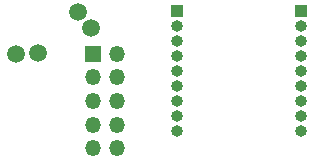
<source format=gbr>
G04 #@! TF.GenerationSoftware,KiCad,Pcbnew,5.1.6-c6e7f7d~87~ubuntu20.04.1*
G04 #@! TF.CreationDate,2020-09-27T08:22:00+02:00*
G04 #@! TF.ProjectId,reductionPiece,72656475-6374-4696-9f6e-50696563652e,rev?*
G04 #@! TF.SameCoordinates,Original*
G04 #@! TF.FileFunction,Copper,L2,Bot*
G04 #@! TF.FilePolarity,Positive*
%FSLAX46Y46*%
G04 Gerber Fmt 4.6, Leading zero omitted, Abs format (unit mm)*
G04 Created by KiCad (PCBNEW 5.1.6-c6e7f7d~87~ubuntu20.04.1) date 2020-09-27 08:22:00*
%MOMM*%
%LPD*%
G01*
G04 APERTURE LIST*
G04 #@! TA.AperFunction,ComponentPad*
%ADD10R,1.000000X1.000000*%
G04 #@! TD*
G04 #@! TA.AperFunction,ComponentPad*
%ADD11O,1.000000X1.000000*%
G04 #@! TD*
G04 #@! TA.AperFunction,ComponentPad*
%ADD12O,1.350000X1.350000*%
G04 #@! TD*
G04 #@! TA.AperFunction,ComponentPad*
%ADD13R,1.350000X1.350000*%
G04 #@! TD*
G04 #@! TA.AperFunction,ViaPad*
%ADD14C,1.500000*%
G04 #@! TD*
G04 APERTURE END LIST*
D10*
X169325001Y-45425001D03*
D11*
X169325001Y-46695001D03*
X169325001Y-47965001D03*
X169325001Y-49235001D03*
X169325001Y-50505001D03*
X169325001Y-51775001D03*
X169325001Y-53045001D03*
X169325001Y-54315001D03*
X169325001Y-55585001D03*
X158825001Y-55585001D03*
X158825001Y-54315001D03*
X158825001Y-53045001D03*
X158825001Y-51775001D03*
X158825001Y-50505001D03*
X158825001Y-49235001D03*
X158825001Y-47965001D03*
X158825001Y-46695001D03*
D10*
X158825001Y-45425001D03*
D12*
X153750000Y-57000000D03*
X151750000Y-57000000D03*
X153750000Y-55000000D03*
X151750000Y-55000000D03*
X153750000Y-53000000D03*
X151750000Y-53000000D03*
X153750000Y-51000000D03*
X151750000Y-51000000D03*
X153750000Y-49000000D03*
D13*
X151750000Y-49000000D03*
D14*
X145250000Y-49000000D03*
X150500000Y-45500000D03*
X147061924Y-48938076D03*
X151534491Y-46849025D03*
M02*

</source>
